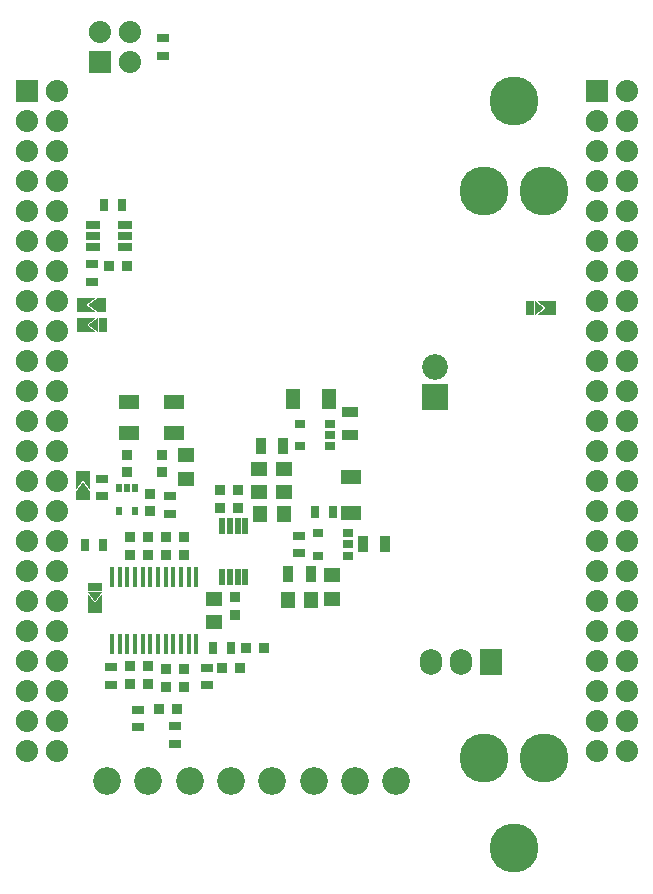
<source format=gbr>
G04 #@! TF.FileFunction,Soldermask,Top*
%FSLAX46Y46*%
G04 Gerber Fmt 4.6, Leading zero omitted, Abs format (unit mm)*
G04 Created by KiCad (PCBNEW (2015-02-03 BZR 5404)-product) date 9/2/2015 4:33:54 PM*
%MOMM*%
G01*
G04 APERTURE LIST*
%ADD10C,0.100000*%
%ADD11R,0.902400X0.952400*%
%ADD12R,1.402400X1.152400*%
%ADD13R,0.952400X0.902400*%
%ADD14R,1.152400X1.402400*%
%ADD15R,1.152400X1.752400*%
%ADD16R,1.752400X1.152400*%
%ADD17R,1.202000X0.802000*%
%ADD18R,0.802000X1.202000*%
%ADD19R,0.852400X1.452400*%
%ADD20O,2.352400X2.352400*%
%ADD21R,1.879600X1.879600*%
%ADD22O,1.879600X1.879600*%
%ADD23C,4.152400*%
%ADD24R,1.052400X0.652400*%
%ADD25R,0.652400X1.052400*%
%ADD26R,1.452400X0.852400*%
%ADD27R,0.552400X0.752400*%
%ADD28R,1.652400X1.152400*%
%ADD29R,0.452400X1.752400*%
%ADD30R,0.533400X1.422400*%
%ADD31R,1.252400X0.752400*%
%ADD32R,0.914400X0.660400*%
%ADD33R,1.879600X2.184400*%
%ADD34O,1.879600X2.184400*%
%ADD35R,2.184400X2.184400*%
%ADD36O,2.184400X2.184400*%
G04 APERTURE END LIST*
D10*
D11*
X37592000Y-82879500D03*
X37592000Y-84379500D03*
X36068000Y-82879500D03*
X36068000Y-84379500D03*
X39116000Y-95555500D03*
X39116000Y-94055500D03*
D12*
X40767000Y-77962000D03*
X40767000Y-75962000D03*
D11*
X36068000Y-93801500D03*
X36068000Y-95301500D03*
D13*
X39993000Y-97472500D03*
X38493000Y-97472500D03*
D11*
X38798500Y-77394500D03*
X38798500Y-75894500D03*
X37782500Y-80696500D03*
X37782500Y-79196500D03*
X40640000Y-94055500D03*
X40640000Y-95555500D03*
X35814000Y-75894500D03*
X35814000Y-77394500D03*
D13*
X45327000Y-93980000D03*
X43827000Y-93980000D03*
X47359000Y-92265500D03*
X45859000Y-92265500D03*
D14*
X49069500Y-80899000D03*
X47069500Y-80899000D03*
D11*
X45212000Y-78879000D03*
X45212000Y-80379000D03*
X44958000Y-89459500D03*
X44958000Y-87959500D03*
D12*
X43180000Y-90090500D03*
X43180000Y-88090500D03*
D11*
X40640000Y-82879500D03*
X40640000Y-84379500D03*
X43688000Y-78879000D03*
X43688000Y-80379000D03*
D13*
X35802000Y-59944000D03*
X34302000Y-59944000D03*
D11*
X39116000Y-82879500D03*
X39116000Y-84379500D03*
X37592000Y-95301500D03*
X37592000Y-93801500D03*
D12*
X46990000Y-79105000D03*
X46990000Y-77105000D03*
X49085500Y-79105000D03*
X49085500Y-77105000D03*
D15*
X49871500Y-71183500D03*
X52871500Y-71183500D03*
D14*
X49419000Y-88201500D03*
X51419000Y-88201500D03*
D12*
X53149500Y-86122000D03*
X53149500Y-88122000D03*
D16*
X54800500Y-80811500D03*
X54800500Y-77811500D03*
D17*
X33121600Y-87141200D03*
D10*
G36*
X32520600Y-87540200D02*
X33722600Y-87540200D01*
X33122600Y-88342200D01*
X33120600Y-88342200D01*
X32520600Y-87540200D01*
X32520600Y-87540200D01*
G37*
G36*
X33120600Y-88500200D02*
X33722600Y-87700200D01*
X33722600Y-89302200D01*
X33120600Y-88502200D01*
X33120600Y-88500200D01*
X33120600Y-88500200D01*
G37*
G36*
X32520600Y-87700200D02*
X33122600Y-88500200D01*
X33122600Y-88502200D01*
X32520600Y-89302200D01*
X32520600Y-87700200D01*
X32520600Y-87700200D01*
G37*
G36*
X33120600Y-88500200D02*
X33122600Y-88500200D01*
X33722600Y-89302200D01*
X32520600Y-89302200D01*
X33120600Y-88500200D01*
X33120600Y-88500200D01*
G37*
D17*
X32105600Y-79432000D03*
D10*
G36*
X32706600Y-79033000D02*
X31504600Y-79033000D01*
X32104600Y-78231000D01*
X32106600Y-78231000D01*
X32706600Y-79033000D01*
X32706600Y-79033000D01*
G37*
G36*
X32106600Y-78073000D02*
X31504600Y-78873000D01*
X31504600Y-77271000D01*
X32106600Y-78071000D01*
X32106600Y-78073000D01*
X32106600Y-78073000D01*
G37*
G36*
X32706600Y-78873000D02*
X32104600Y-78073000D01*
X32104600Y-78071000D01*
X32706600Y-77271000D01*
X32706600Y-78873000D01*
X32706600Y-78873000D01*
G37*
G36*
X32106600Y-78073000D02*
X32104600Y-78073000D01*
X31504600Y-77271000D01*
X32706600Y-77271000D01*
X32106600Y-78073000D01*
X32106600Y-78073000D01*
G37*
D18*
X69920000Y-63500000D03*
D10*
G36*
X70319000Y-64101000D02*
X70319000Y-62899000D01*
X71121000Y-63499000D01*
X71121000Y-63501000D01*
X70319000Y-64101000D01*
X70319000Y-64101000D01*
G37*
G36*
X71279000Y-63501000D02*
X70479000Y-62899000D01*
X72081000Y-62899000D01*
X71281000Y-63501000D01*
X71279000Y-63501000D01*
X71279000Y-63501000D01*
G37*
G36*
X70479000Y-64101000D02*
X71279000Y-63499000D01*
X71281000Y-63499000D01*
X72081000Y-64101000D01*
X70479000Y-64101000D01*
X70479000Y-64101000D01*
G37*
G36*
X71279000Y-63501000D02*
X71279000Y-63499000D01*
X72081000Y-62899000D01*
X72081000Y-64101000D01*
X71279000Y-63501000D01*
X71279000Y-63501000D01*
G37*
D18*
X33712000Y-63246000D03*
D10*
G36*
X33313000Y-62645000D02*
X33313000Y-63847000D01*
X32511000Y-63247000D01*
X32511000Y-63245000D01*
X33313000Y-62645000D01*
X33313000Y-62645000D01*
G37*
G36*
X32353000Y-63245000D02*
X33153000Y-63847000D01*
X31551000Y-63847000D01*
X32351000Y-63245000D01*
X32353000Y-63245000D01*
X32353000Y-63245000D01*
G37*
G36*
X33153000Y-62645000D02*
X32353000Y-63247000D01*
X32351000Y-63247000D01*
X31551000Y-62645000D01*
X33153000Y-62645000D01*
X33153000Y-62645000D01*
G37*
G36*
X32353000Y-63245000D02*
X32353000Y-63247000D01*
X31551000Y-63847000D01*
X31551000Y-62645000D01*
X32353000Y-63245000D01*
X32353000Y-63245000D01*
G37*
D18*
X33737400Y-64897000D03*
D10*
G36*
X33338400Y-64296000D02*
X33338400Y-65498000D01*
X32536400Y-64898000D01*
X32536400Y-64896000D01*
X33338400Y-64296000D01*
X33338400Y-64296000D01*
G37*
G36*
X32378400Y-64896000D02*
X33178400Y-65498000D01*
X31576400Y-65498000D01*
X32376400Y-64896000D01*
X32378400Y-64896000D01*
X32378400Y-64896000D01*
G37*
G36*
X33178400Y-64296000D02*
X32378400Y-64898000D01*
X32376400Y-64898000D01*
X31576400Y-64296000D01*
X33178400Y-64296000D01*
X33178400Y-64296000D01*
G37*
G36*
X32378400Y-64896000D02*
X32378400Y-64898000D01*
X31576400Y-65498000D01*
X31576400Y-64296000D01*
X32378400Y-64896000D01*
X32378400Y-64896000D01*
G37*
D19*
X47119500Y-75184000D03*
X49019500Y-75184000D03*
X49469000Y-86042500D03*
X51369000Y-86042500D03*
D20*
X58605000Y-103505000D03*
X55105000Y-103505000D03*
X51605000Y-103505000D03*
X48105000Y-103505000D03*
X44605000Y-103505000D03*
X41105000Y-103505000D03*
X37605000Y-103505000D03*
X34105000Y-103505000D03*
D21*
X75565000Y-45085000D03*
D22*
X78105000Y-45085000D03*
X75565000Y-47625000D03*
X78105000Y-47625000D03*
X75565000Y-50165000D03*
X78105000Y-50165000D03*
X75565000Y-52705000D03*
X78105000Y-52705000D03*
X75565000Y-55245000D03*
X78105000Y-55245000D03*
X75565000Y-57785000D03*
X78105000Y-57785000D03*
X75565000Y-60325000D03*
X78105000Y-60325000D03*
X75565000Y-62865000D03*
X78105000Y-62865000D03*
X75565000Y-65405000D03*
X78105000Y-65405000D03*
X75565000Y-67945000D03*
X78105000Y-67945000D03*
X75565000Y-70485000D03*
X78105000Y-70485000D03*
X75565000Y-73025000D03*
X78105000Y-73025000D03*
X75565000Y-75565000D03*
X78105000Y-75565000D03*
X75565000Y-78105000D03*
X78105000Y-78105000D03*
X75565000Y-80645000D03*
X78105000Y-80645000D03*
X75565000Y-83185000D03*
X78105000Y-83185000D03*
X75565000Y-85725000D03*
X78105000Y-85725000D03*
X75565000Y-88265000D03*
X78105000Y-88265000D03*
X75565000Y-90805000D03*
X78105000Y-90805000D03*
X75565000Y-93345000D03*
X78105000Y-93345000D03*
X75565000Y-95885000D03*
X78105000Y-95885000D03*
X75565000Y-98425000D03*
X78105000Y-98425000D03*
X75565000Y-100965000D03*
X78105000Y-100965000D03*
D21*
X27305000Y-45085000D03*
D22*
X29845000Y-45085000D03*
X27305000Y-47625000D03*
X29845000Y-47625000D03*
X27305000Y-50165000D03*
X29845000Y-50165000D03*
X27305000Y-52705000D03*
X29845000Y-52705000D03*
X27305000Y-55245000D03*
X29845000Y-55245000D03*
X27305000Y-57785000D03*
X29845000Y-57785000D03*
X27305000Y-60325000D03*
X29845000Y-60325000D03*
X27305000Y-62865000D03*
X29845000Y-62865000D03*
X27305000Y-65405000D03*
X29845000Y-65405000D03*
X27305000Y-67945000D03*
X29845000Y-67945000D03*
X27305000Y-70485000D03*
X29845000Y-70485000D03*
X27305000Y-73025000D03*
X29845000Y-73025000D03*
X27305000Y-75565000D03*
X29845000Y-75565000D03*
X27305000Y-78105000D03*
X29845000Y-78105000D03*
X27305000Y-80645000D03*
X29845000Y-80645000D03*
X27305000Y-83185000D03*
X29845000Y-83185000D03*
X27305000Y-85725000D03*
X29845000Y-85725000D03*
X27305000Y-88265000D03*
X29845000Y-88265000D03*
X27305000Y-90805000D03*
X29845000Y-90805000D03*
X27305000Y-93345000D03*
X29845000Y-93345000D03*
X27305000Y-95885000D03*
X29845000Y-95885000D03*
X27305000Y-98425000D03*
X29845000Y-98425000D03*
X27305000Y-100965000D03*
X29845000Y-100965000D03*
D23*
X71120000Y-53594000D03*
X66040000Y-53594000D03*
X68580000Y-45974000D03*
D21*
X33528000Y-42672000D03*
D22*
X33528000Y-40132000D03*
X36068000Y-42672000D03*
X36068000Y-40132000D03*
D23*
X66040000Y-101600000D03*
X71120000Y-101600000D03*
X68580000Y-109220000D03*
D24*
X39433500Y-80887000D03*
X39433500Y-79387000D03*
X36703000Y-98984500D03*
X36703000Y-97484500D03*
X33655000Y-79426500D03*
X33655000Y-77926500D03*
X39878000Y-100381500D03*
X39878000Y-98881500D03*
X42545000Y-95428500D03*
X42545000Y-93928500D03*
D25*
X44565000Y-92265500D03*
X43065000Y-92265500D03*
X33770000Y-83515200D03*
X32270000Y-83515200D03*
D24*
X34417000Y-93865000D03*
X34417000Y-95365000D03*
X32829500Y-59765500D03*
X32829500Y-61265500D03*
D25*
X33857500Y-54800500D03*
X35357500Y-54800500D03*
D26*
X54673500Y-74229000D03*
X54673500Y-72329000D03*
D24*
X38862000Y-42152000D03*
X38862000Y-40652000D03*
D19*
X55755500Y-83502500D03*
X57655500Y-83502500D03*
D24*
X50355500Y-84252500D03*
X50355500Y-82752500D03*
D25*
X51701000Y-80772000D03*
X53201000Y-80772000D03*
D27*
X36464000Y-78742500D03*
X35814000Y-78742500D03*
X35164000Y-78742500D03*
X35164000Y-80642500D03*
X36464000Y-80642500D03*
D28*
X39809500Y-71471000D03*
X36009500Y-71471000D03*
X36009500Y-74071000D03*
X39809500Y-74071000D03*
D29*
X41675000Y-86290500D03*
X41025000Y-86290500D03*
X40375000Y-86290500D03*
X39725000Y-86290500D03*
X39075000Y-86290500D03*
X38425000Y-86290500D03*
X37775000Y-86290500D03*
X37125000Y-86290500D03*
X36475000Y-86290500D03*
X35825000Y-86290500D03*
X35175000Y-86290500D03*
X34525000Y-86290500D03*
X34525000Y-91890500D03*
X35175000Y-91890500D03*
X35825000Y-91890500D03*
X36475000Y-91890500D03*
X37125000Y-91890500D03*
X37775000Y-91890500D03*
X38425000Y-91890500D03*
X39075000Y-91890500D03*
X39725000Y-91890500D03*
X40375000Y-91890500D03*
X41025000Y-91890500D03*
X41675000Y-91890500D03*
D30*
X45806360Y-81978500D03*
X45156120Y-81978500D03*
X44505880Y-81978500D03*
X43855640Y-81978500D03*
X43855640Y-86296500D03*
X44505880Y-86296500D03*
X45156120Y-86296500D03*
X45806360Y-86296500D03*
D31*
X35640000Y-58354000D03*
X35640000Y-57404000D03*
X35640000Y-56454000D03*
X32940000Y-56454000D03*
X32940000Y-57404000D03*
X32940000Y-58354000D03*
D32*
X52959000Y-75184000D03*
X52959000Y-73279000D03*
X50419000Y-75184000D03*
X52959000Y-74231500D03*
X50419000Y-73279000D03*
X54483000Y-84455000D03*
X54483000Y-82550000D03*
X51943000Y-84455000D03*
X54483000Y-83502500D03*
X51943000Y-82550000D03*
D33*
X66649600Y-93472000D03*
D34*
X64109600Y-93472000D03*
X61569600Y-93472000D03*
D35*
X61874400Y-71018400D03*
D36*
X61874400Y-68478400D03*
M02*

</source>
